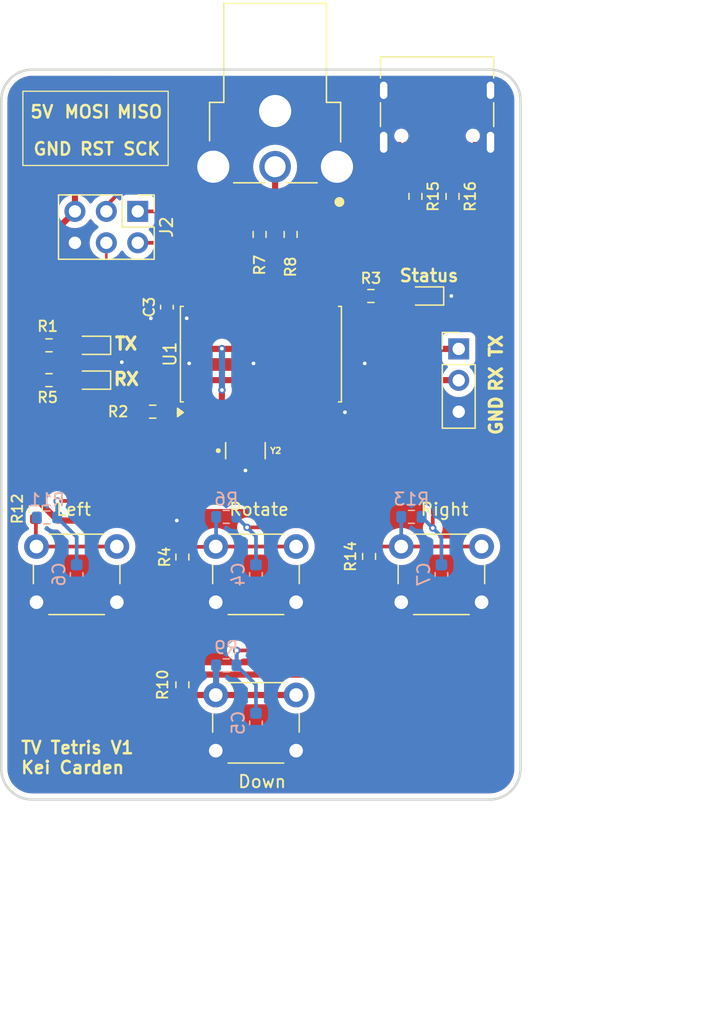
<source format=kicad_pcb>
(kicad_pcb (version 20240108) (generator "pcbnew") (generator_version "8.0")
  (layers (0 "F.Cu" signal) (31 "B.Cu" signal) (34 "B.Paste" user) (35 "F.Paste" user) (36 "B.SilkS" user "B.Silkscreen") (37 "F.SilkS" user "F.Silkscreen") (38 "B.Mask" user) (39 "F.Mask" user) (44 "Edge.Cuts" user))
  (net 0 "")
  (net 1 "GND")
  (net 2 "/X2")
  (net 3 "/X1")
  (net 4 "+5V")
  (net 5 "/rotate")
  (net 6 "Net-(D1-A)")
  (net 7 "/TXD")
  (net 8 "Net-(D2-A)")
  (net 9 "/RXD")
  (net 10 "Net-(D3-A)")
  (net 11 "Net-(J1-In)")
  (net 12 "/SCK")
  (net 13 "/~{RST}")
  (net 14 "/MOSI")
  (net 15 "/MISO")
  (net 16 "/STATUS")
  (net 17 "Net-(R4-Pad2)")
  (net 18 "/down")
  (net 19 "/left")
  (net 21 "/right")
  (net 22 "/video_lum")
  (net 24 "/video_sync")
  (net 25 "Net-(R10-Pad2)")
  (net 26 "Net-(R11-Pad2)")
  (net 27 "Net-(R13-Pad2)")
  (net 35 "Net-(J4-CC2)")
  (net 36 "Net-(J4-CC1)")
  (footprint "Resistor_SMD:R_0603_1608Metric_Pad0.98x0.95mm_HandSolder" (layer "F.Cu") (at 179.9 46.3)
    (property "Reference" "R3" (at 0 -1.43 0) (layer "F.SilkS") (effects (font (size 0.85 0.85))))
    (property "Value" "2k")
    (fp_line (start -0.254724 -0.5225) (end 0.254724 -0.5225) (stroke (width 0.12)) (layer "F.SilkS"))
    (fp_line (start -0.254724 0.5225) (end 0.254724 0.5225) (stroke (width 0.12)) (layer "F.SilkS"))
    (pad "1" smd roundrect (at -0.9125 0) (size 0.975 0.95) (layers "F.Cu" "F.Paste" "F.Mask") (net 16 "/STATUS"))
    (pad "2" smd roundrect (at 0.9125 0) (size 0.975 0.95) (layers "F.Cu" "F.Paste" "F.Mask") (net 8 "Net-(D2-A)"))
  )
  (footprint "Package_SO:SOIC-20W_7.5x12.8mm_P1.27mm" (layer "F.Cu") (at 171 51 90)
    (property "Reference" "U1" (at 0 -7.35 90) (layer "F.SilkS"))
    (property "Value" "~")
    (fp_line (start 3.86 -6.51) (end 3.86 -6.275) (stroke (width 0.12)) (layer "F.SilkS"))
    (fp_line (start 0 -6.51) (end 3.86 -6.51) (stroke (width 0.12)) (layer "F.SilkS"))
    (fp_line (start 0 -6.51) (end -3.86 -6.51) (stroke (width 0.12)) (layer "F.SilkS"))
    (fp_line (start -3.86 -6.51) (end -3.86 -6.275) (stroke (width 0.12)) (layer "F.SilkS"))
    (fp_line (start 3.86 6.51) (end 3.86 6.275) (stroke (width 0.12)) (layer "F.SilkS"))
    (fp_line (start 0 6.51) (end 3.86 6.51) (stroke (width 0.12)) (layer "F.SilkS"))
    (fp_line (start 0 6.51) (end -3.86 6.51) (stroke (width 0.12)) (layer "F.SilkS"))
    (fp_line (start -3.86 6.51) (end -3.86 6.275) (stroke (width 0.12)) (layer "F.SilkS"))
    (fp_poly (pts (xy -4.7125 -6.275) (xy -5.0525 -6.745) (xy -4.3725 -6.745) (xy -4.7125 -6.275)) (stroke (width 0.12)) (fill solid) (layer "F.SilkS"))
    (pad "1" smd roundrect (at -4.65 -5.715 90) (size 2.05 0.6) (layers "F.Cu" "F.Paste" "F.Mask") (net 13 "/~{RST}"))
    (pad "2" smd roundrect (at -4.65 -4.445 90) (size 2.05 0.6) (layers "F.Cu" "F.Paste" "F.Mask") (net 9 "/RXD"))
    (pad "3" smd roundrect (at -4.65 -3.175 90) (size 2.05 0.6) (layers "F.Cu" "F.Paste" "F.Mask") (net 7 "/TXD"))
    (pad "4" smd roundrect (at -4.65 -1.905 90) (size 2.05 0.6) (layers "F.Cu" "F.Paste" "F.Mask") (net 2 "/X2"))
    (pad "5" smd roundrect (at -4.65 -0.635 90) (size 2.05 0.6) (layers "F.Cu" "F.Paste" "F.Mask") (net 3 "/X1"))
    (pad "6" smd roundrect (at -4.65 0.635 90) (size 2.05 0.6) (layers "F.Cu" "F.Paste" "F.Mask") (net 19 "/left"))
    (pad "7" smd roundrect (at -4.65 1.905 90) (size 2.05 0.6) (layers "F.Cu" "F.Paste" "F.Mask") (net 5 "/rotate"))
    (pad "8" smd roundrect (at -4.65 3.175 90) (size 2.05 0.6) (layers "F.Cu" "F.Paste" "F.Mask") (net 18 "/down"))
    (pad "9" smd roundrect (at -4.65 4.445 90) (size 2.05 0.6) (layers "F.Cu" "F.Paste" "F.Mask") (net 21 "/right"))
    (pad "10" smd roundrect (at -4.65 5.715 90) (size 2.05 0.6) (layers "F.Cu" "F.Paste" "F.Mask") (net 1 "GND"))
    (pad "11" smd roundrect (at 4.65 5.715 90) (size 2.05 0.6) (layers "F.Cu" "F.Paste" "F.Mask") (net 16 "/STATUS"))
    (pad "12" smd roundrect (at 4.65 4.445 90) (size 2.05 0.6) (layers "F.Cu" "F.Paste" "F.Mask"))
    (pad "13" smd roundrect (at 4.65 3.175 90) (size 2.05 0.6) (layers "F.Cu" "F.Paste" "F.Mask"))
    (pad "14" smd roundrect (at 4.65 1.905 90) (size 2.05 0.6) (layers "F.Cu" "F.Paste" "F.Mask") (net 22 "/video_lum"))
    (pad "15" smd roundrect (at 4.65 0.635 90) (size 2.05 0.6) (layers "F.Cu" "F.Paste" "F.Mask") (net 24 "/video_sync"))
    (pad "16" smd roundrect (at 4.65 -0.635 90) (size 2.05 0.6) (layers "F.Cu" "F.Paste" "F.Mask"))
    (pad "17" smd roundrect (at 4.65 -1.905 90) (size 2.05 0.6) (layers "F.Cu" "F.Paste" "F.Mask") (net 14 "/MOSI"))
    (pad "18" smd roundrect (at 4.65 -3.175 90) (size 2.05 0.6) (layers "F.Cu" "F.Paste" "F.Mask") (net 15 "/MISO"))
    (pad "19" smd roundrect (at 4.65 -4.445 90) (size 2.05 0.6) (layers "F.Cu" "F.Paste" "F.Mask") (net 12 "/SCK"))
    (pad "20" smd roundrect (at 4.65 -5.715 90) (size 2.05 0.6) (layers "F.Cu" "F.Paste" "F.Mask") (net 4 "+5V"))
  )
  (footprint "Resistor_SMD:R_0603_1608Metric" (layer "F.Cu") (at 179.75 67.35 90)
    (property "Reference" "R14" (at 0 -1.5 90) (layer "F.SilkS") (effects (font (size 0.85 0.85))))
    (property "Value" "10k")
    (fp_line (start -0.237258 -0.5225) (end 0.237258 -0.5225) (stroke (width 0.12)) (layer "F.SilkS"))
    (fp_line (start -0.237258 0.5225) (end 0.237258 0.5225) (stroke (width 0.12)) (layer "F.SilkS"))
    (pad "1" smd roundrect (at -0.825 0 90) (size 0.8 0.95) (layers "F.Cu" "F.Paste" "F.Mask") (net 4 "+5V"))
    (pad "2" smd roundrect (at 0.825 0 90) (size 0.8 0.95) (layers "F.Cu" "F.Paste" "F.Mask") (net 27 "Net-(R13-Pad2)"))
  )
  (footprint "Resistor_SMD:R_0603_1608Metric" (layer "F.Cu") (at 170.895 41.325 90)
    (property "Reference" "R7" (at -2.475 0.005 90) (layer "F.SilkS") (effects (font (size 0.85 0.85))))
    (property "Value" "1k")
    (fp_line (start -0.237258 -0.5225) (end 0.237258 -0.5225) (stroke (width 0.12)) (layer "F.SilkS"))
    (fp_line (start -0.237258 0.5225) (end 0.237258 0.5225) (stroke (width 0.12)) (layer "F.SilkS"))
    (pad "1" smd roundrect (at -0.825 0 90) (size 0.8 0.95) (layers "F.Cu" "F.Paste" "F.Mask") (net 24 "/video_sync"))
    (pad "2" smd roundrect (at 0.825 0 90) (size 0.8 0.95) (layers "F.Cu" "F.Paste" "F.Mask") (net 11 "Net-(J1-In)"))
  )
  (footprint "Connector_PinHeader_2.54mm:PinHeader_1x03_P2.54mm_Vertical" (layer "F.Cu") (at 187 50.575)
    (property "Reference" "J3" (hide yes))
    (property "Value" "UART")
    (fp_line (start -1.33 -1.33) (end 0 -1.33) (stroke (width 0.12)) (layer "F.SilkS"))
    (fp_line (start -1.33 0) (end -1.33 -1.33) (stroke (width 0.12)) (layer "F.SilkS"))
    (fp_line (start -1.33 1.27) (end -1.33 6.41) (stroke (width 0.12)) (layer "F.SilkS"))
    (fp_line (start -1.33 1.27) (end 1.33 1.27) (stroke (width 0.12)) (layer "F.SilkS"))
    (fp_line (start -1.33 6.41) (end 1.33 6.41) (stroke (width 0.12)) (layer "F.SilkS"))
    (fp_line (start 1.33 1.27) (end 1.33 6.41) (stroke (width 0.12)) (layer "F.SilkS"))
    (pad "1" thru_hole rect (at 0 0) (size 1.7 1.7) (drill 1) (layers "*.Cu" "*.Mask") (net 7 "/TXD"))
    (pad "2" thru_hole oval (at 0 2.54) (size 1.7 1.7) (drill 1) (layers "*.Cu" "*.Mask") (net 9 "/RXD"))
    (pad "3" thru_hole oval (at 0 5.08) (size 1.7 1.7) (drill 1) (layers "*.Cu" "*.Mask") (net 1 "GND"))
  )
  (footprint "LED_SMD:LED_0603_1608Metric" (layer "F.Cu") (at 184.3 46.3 180)
    (property "Reference" "D2" (hide yes))
    (property "Value" "MCU_status" (hide yes))
    (property "Name" "Status" (at -0.3 1.65 0) (layer "F.SilkS") (effects (font (thickness 0.2) (bold yes))))
    (fp_line (start 0.8 -0.735) (end -1.485 -0.735) (stroke (width 0.12)) (layer "F.SilkS"))
    (fp_line (start -1.485 0.735) (end 0.8 0.735) (stroke (width 0.12)) (layer "F.SilkS"))
    (fp_line (start -1.485 -0.735) (end -1.485 0.735) (stroke (width 0.12)) (layer "F.SilkS"))
    (pad "1" smd roundrect (at -0.7875 0 180) (size 0.875 0.95) (layers "F.Cu" "F.Paste" "F.Mask") (net 1 "GND"))
    (pad "2" smd roundrect (at 0.7875 0 180) (size 0.875 0.95) (layers "F.Cu" "F.Paste" "F.Mask") (net 8 "Net-(D2-A)"))
  )
  (footprint "RCA:CUI_RCJ-013" (layer "F.Cu") (at 172.15 29.9 -90)
    (property "Reference" "J1" (hide yes))
    (property "Value" "Video")
    (fp_line (start 0.75 5.3) (end 3.85 5.3) (stroke (width 0.127)) (layer "F.SilkS"))
    (fp_line (start -7.25 4.15) (end 0.75 4.15) (stroke (width 0.127)) (layer "F.SilkS"))
    (fp_line (start 0.75 4.15) (end 0.75 5.3) (stroke (width 0.127)) (layer "F.SilkS"))
    (fp_line (start 7.25 3.35) (end 7.25 0.8) (stroke (width 0.127)) (layer "F.SilkS"))
    (fp_line (start 7.25 -0.9) (end 7.25 -3.4) (stroke (width 0.127)) (layer "F.SilkS"))
    (fp_line (start -7.25 -4.15) (end -7.25 4.15) (stroke (width 0.127)) (layer "F.SilkS"))
    (fp_line (start 0.75 -4.15) (end -7.25 -4.15) (stroke (width 0.127)) (layer "F.SilkS"))
    (fp_line (start 0.75 -5.3) (end 0.75 -4.15) (stroke (width 0.127)) (layer "F.SilkS"))
    (fp_line (start 3.95 -5.3) (end 0.75 -5.3) (stroke (width 0.127)) (layer "F.SilkS"))
    (fp_circle (center 8.8 -5.2) (end 9 -5.2) (stroke (width 0.4)) (fill none) (layer "F.SilkS"))
    (pad "1" thru_hole circle (at 5.95 0 270) (size 2.55 2.55) (drill 1.7) (layers "*.Cu" "*.Mask") (net 11 "Net-(J1-In)"))
    (pad "2" thru_hole circle (at 1.45 0 270) (size 3.616 3.616) (drill 2.6) (layers "*.Cu" "*.Mask") (net 1 "GND"))
    (pad "2" thru_hole circle (at 5.95 -5 270) (size 3.616 3.616) (drill 2.6) (layers "*.Cu" "*.Mask") (net 1 "GND"))
    (pad "2" thru_hole circle (at 5.95 5 270) (size 3.616 3.616) (drill 2.6) (layers "*.Cu" "*.Mask") (net 1 "GND"))
  )
  (footprint "Resistor_SMD:R_0603_1608Metric" (layer "F.Cu") (at 173.405 41.325 -90)
    (property "Reference" "R8" (at 2.625 0.005 90) (layer "F.SilkS") (effects (font (size 0.85 0.85))))
    (property "Value" "1k")
    (fp_line (start -0.237258 0.5225) (end 0.237258 0.5225) (stroke (width 0.12)) (layer "F.SilkS"))
    (fp_line (start -0.237258 -0.5225) (end 0.237258 -0.5225) (stroke (width 0.12)) (layer "F.SilkS"))
    (pad "1" smd roundrect (at -0.825 0 270) (size 0.8 0.95) (layers "F.Cu" "F.Paste" "F.Mask") (net 11 "Net-(J1-In)"))
    (pad "2" smd roundrect (at 0.825 0 270) (size 0.8 0.95) (layers "F.Cu" "F.Paste" "F.Mask") (net 22 "/video_lum"))
  )
  (footprint "Resistor_SMD:R_0603_1608Metric" (layer "F.Cu") (at 164.65 67.4 90)
    (property "Reference" "R4" (at 0 -1.43 90) (layer "F.SilkS") (effects (font (size 0.85 0.85))))
    (property "Value" "10k")
    (fp_line (start -0.237258 -0.5225) (end 0.237258 -0.5225) (stroke (width 0.12)) (layer "F.SilkS"))
    (fp_line (start -0.237258 0.5225) (end 0.237258 0.5225) (stroke (width 0.12)) (layer "F.SilkS"))
    (pad "1" smd roundrect (at -0.825 0 90) (size 0.8 0.95) (layers "F.Cu" "F.Paste" "F.Mask") (net 4 "+5V"))
    (pad "2" smd roundrect (at 0.825 0 90) (size 0.8 0.95) (layers "F.Cu" "F.Paste" "F.Mask") (net 17 "Net-(R4-Pad2)"))
  )
  (footprint "Connector_USB:USB_C_Receptacle_G-Switch_GT-USB-7010ASV" (layer "F.Cu") (at 185.25 30.75 180)
    (property "Reference" "J4" (hide yes))
    (property "Value" "USB_C_Receptacle_USB2.0_16P")
    (fp_line (start 4.58 3.785) (end -4.58 3.785) (stroke (width 0.12)) (layer "F.SilkS"))
    (fp_line (start 4.58 2.08) (end 4.58 3.785) (stroke (width 0.12)) (layer "F.SilkS"))
    (fp_line (start 4.58 0.07) (end 4.58 -1.85) (stroke (width 0.12)) (layer "F.SilkS"))
    (fp_line (start -4.58 3.785) (end -4.58 2.08) (stroke (width 0.12)) (layer "F.SilkS"))
    (fp_line (start -4.58 -1.85) (end -4.58 0.07) (stroke (width 0.12)) (layer "F.SilkS"))
    (pad "" np_thru_hole circle (at -2.89 -2.605 180) (size 0.65 0.65) (drill 0.65) (layers "*.Cu" "*.Mask"))
    (pad "" np_thru_hole circle (at 2.89 -2.605 180) (size 0.65 0.65) (drill 0.65) (layers "*.Cu" "*.Mask"))
    (pad "A1" smd rect (at -3.2 -3.725 180) (size 0.6 1.24) (layers "F.Cu" "F.Paste" "F.Mask") (net 1 "GND"))
    (pad "A4" smd rect (at -2.4 -3.725 180) (size 0.6 1.24) (layers "F.Cu" "F.Paste" "F.Mask") (net 4 "+5V"))
    (pad "A5" smd rect (at -1.25 -3.725 180) (size 0.3 1.24) (layers "F.Cu" "F.Paste" "F.Mask") (net 36 "Net-(J4-CC1)"))
    (pad "A6" smd rect (at -0.25 -3.725 180) (size 0.3 1.24) (layers "F.Cu" "F.Paste" "F.Mask"))
    (pad "A7" smd rect (at 0.25 -3.725 180) (size 0.3 1.24) (layers "F.Cu" "F.Paste" "F.Mask"))
    (pad "A8" smd rect (at 1.25 -3.725 180) (size 0.3 1.24) (layers "F.Cu" "F.Paste" "F.Mask"))
    (pad "A9" smd rect (at 2.4 -3.725 180) (size 0.6 1.24) (layers "F.Cu" "F.Paste" "F.Mask") (net 4 "+5V"))
    (pad "A12" smd rect (at 3.2 -3.725 180) (size 0.6 1.24) (layers "F.Cu" "F.Paste" "F.Mask") (net 1 "GND"))
    (pad "B1" smd rect (at 3.2 -3.725 180) (size 0.6 1.24) (layers "F.Cu" "F.Paste" "F.Mask") (net 1 "GND"))
    (pad "B4" smd rect (at 2.4 -3.725 180) (size 0.6 1.24) (layers "F.Cu" "F.Paste" "F.Mask") (net 4 "+5V"))
    (pad "B5" smd rect (at 1.75 -3.725 180) (size 0.3 1.24) (layers "F.Cu" "F.Paste" "F.Mask") (net 35 "Net-(J4-CC2)"))
    (pad "B6" smd rect (at 0.75 -3.725 180) (size 0.3 1.24) (layers "F.Cu" "F.Paste" "F.Mask"))
    (pad "B7" smd rect (at -0.75 -3.725 180) (size 0.3 1.24) (layers "F.Cu" "F.Paste" "F.Mask"))
    (pad "B8" smd rect (at -1.75 -3.725 180) (size 0.3 1.24) (layers "F.Cu" "F.Paste" "F.Mask"))
    (pad "B9" smd rect (at -2.4 -3.725 180) (size 0.6 1.24) (layers "F.Cu" "F.Paste" "F.Mask") (net 4 "+5V"))
    (pad "B12" smd rect (at -3.2 -3.725 180) (size 0.6 1.24) (layers "F.Cu" "F.Paste" "F.Mask") (net 1 "GND"))
    (pad "S1" thru_hole oval (at -4.32 -3.125 180) (size 1 2.1) (drill oval 0.6 1.7) (layers "*.Cu" "*.Mask") (net 1 "GND"))
    (pad "S1" thru_hole oval (at -4.32 1.075 180) (size 1 1.8) (drill oval 0.6 1.4) (layers "*.Cu" "*.Mask") (net 1 "GND"))
    (pad "S1" thru_hole oval (at 4.32 -3.125 180) (size 1 2.1) (drill oval 0.6 1.7) (layers "*.Cu" "*.Mask") (net 1 "GND"))
    (pad "S1" thru_hole oval (at 4.32 1.075 180) (size 1 1.8) (drill oval 0.6 1.4) (layers "*.Cu" "*.Mask") (net 1 "GND"))
  )
  (footprint "Button_Switch_THT:SW_PUSH_6mm" (layer "F.Cu") (at 167.35 66.55)
    (property "Reference" "SW1" (hide yes))
    (property "Value" "Rotate" (at 3.5 -3 0) (layer "F.SilkS"))
    (fp_line (start -0.25 1.5) (end -0.25 3) (stroke (width 0.12)) (layer "F.SilkS"))
    (fp_line (start 1 5.5) (end 5.5 5.5) (stroke (width 0.12)) (layer "F.SilkS"))
    (fp_line (start 5.5 -1) (end 1 -1) (stroke (width 0.12)) (layer "F.SilkS"))
    (fp_line (start 6.75 3) (end 6.75 1.5) (stroke (width 0.12)) (layer "F.SilkS"))
    (pad "1" thru_hole circle (at 0 0 90) (size 2 2) (drill 1.1) (layers "*.Cu" "*.Mask") (net 17 "Net-(R4-Pad2)"))
    (pad "1" thru_hole circle (at 6.5 0 90) (size 2 2) (drill 1.1) (layers "*.Cu" "*.Mask") (net 17 "Net-(R4-Pad2)"))
    (pad "2" thru_hole circle (at 0 4.5 90) (size 2 2) (drill 1.1) (layers "*.Cu" "*.Mask") (net 1 "GND"))
    (pad "2" thru_hole circle (at 6.5 4.5 90) (size 2 2) (drill 1.1) (layers "*.Cu" "*.Mask") (net 1 "GND"))
  )
  (footprint "Capacitor_SMD:C_0603_1608Metric_Pad1.08x0.95mm_HandSolder" (layer "F.Cu") (at 163.4 47.2 90)
    (property "Reference" "C3" (at 0 -1.43 -90) (layer "F.SilkS") (effects (font (size 0.85 0.85))))
    (property "Value" "100n")
    (fp_line (start -0.146267 -0.51) (end 0.146267 -0.51) (stroke (width 0.12)) (layer "F.SilkS"))
    (fp_line (start -0.146267 0.51) (end 0.146267 0.51) (stroke (width 0.12)) (layer "F.SilkS"))
    (pad "1" smd roundrect (at -0.8625 0 90) (size 1.075 0.95) (layers "F.Cu" "F.Paste" "F.Mask") (net 1 "GND"))
    (pad "2" smd roundrect (at 0.8625 0 90) (size 1.075 0.95) (layers "F.Cu" "F.Paste" "F.Mask") (net 4 "+5V"))
  )
  (footprint "Connector_PinHeader_2.54mm:PinHeader_2x03_P2.54mm_Vertical" (layer "F.Cu") (at 161.04 39.46 -90)
    (property "Reference" "J2" (at 1.27 -2.33 90) (layer "F.SilkS"))
    (property "Value" "ISP_Conn")
    (fp_line (start -1.33 6.41) (end 3.87 6.41) (stroke (width 0.12)) (layer "F.SilkS"))
    (fp_line (start -1.33 1.27) (end -1.33 6.41) (stroke (width 0.12)) (layer "F.SilkS"))
    (fp_line (start -1.33 1.27) (end 1.27 1.27) (stroke (width 0.12)) (layer "F.SilkS"))
    (fp_line (start 1.27 1.27) (end 1.27 -1.33) (stroke (width 0.12)) (layer "F.SilkS"))
    (fp_line (start -1.33 0) (end -1.33 -1.33) (stroke (width 0.12)) (layer "F.SilkS"))
    (fp_line (start -1.33 -1.33) (end 0 -1.33) (stroke (width 0.12)) (layer "F.SilkS"))
    (fp_line (start 1.27 -1.33) (end 3.87 -1.33) (stroke (width 0.12)) (layer "F.SilkS"))
    (fp_line (start 3.87 -1.33) (end 3.87 6.41) (stroke (width 0.12)) (layer "F.SilkS"))
    (pad "1" thru_hole rect (at 0 0 270) (size 1.7 1.7) (drill 1) (layers "*.Cu" "*.Mask") (net 15 "/MISO"))
    (pad "2" thru_hole oval (at 2.54 0 270) (size 1.7 1.7) (drill 1) (layers "*.Cu" "*.Mask") (net 12 "/SCK"))
    (pad "3" thru_hole oval (at 0 2.54 270) (size 1.7 1.7) (drill 1) (layers "*.Cu" "*.Mask") (net 14 "/MOSI"))
    (pad "4" thru_hole oval (at 2.54 2.54 270) (size 1.7 1.7) (drill 1) (layers "*.Cu" "*.Mask") (net 13 "/~{RST}"))
    (pad "5" thru_hole oval (at 0 5.08 270) (size 1.7 1.7) (drill 1) (layers "*.Cu" "*.Mask") (net 4 "+5V"))
    (pad "6" thru_hole oval (at 2.54 5.08 270) (size 1.7 1.7) (drill 1) (layers "*.Cu" "*.Mask") (net 1 "GND"))
  )
  (footprint "Button_Switch_THT:SW_PUSH_6mm" (layer "F.Cu") (at 152.85 66.55)
    (property "Reference" "SW3" (hide yes))
    (property "Value" "Left" (at 3 -3 0) (layer "F.SilkS"))
    (fp_line (start -0.25 1.5) (end -0.25 3) (stroke (width 0.12)) (layer "F.SilkS"))
    (fp_line (start 1 5.5) (end 5.5 5.5) (stroke (width 0.12)) (layer "F.SilkS"))
    (fp_line (start 5.5 -1) (end 1 -1) (stroke (width 0.12)) (layer "F.SilkS"))
    (fp_line (start 6.75 3) (end 6.75 1.5) (stroke (width 0.12)) (layer "F.SilkS"))
    (pad "1" thru_hole circle (at 0 0 90) (size 2 2) (drill 1.1) (layers "*.Cu" "*.Mask") (net 26 "Net-(R11-Pad2)"))
    (pad "1" thru_hole circle (at 6.5 0 90) (size 2 2) (drill 1.1) (layers "*.Cu" "*.Mask") (net 26 "Net-(R11-Pad2)"))
    (pad "2" thru_hole circle (at 0 4.5 90) (size 2 2) (drill 1.1) (layers "*.Cu" "*.Mask") (net 1 "GND"))
    (pad "2" thru_hole circle (at 6.5 4.5 90) (size 2 2) (drill 1.1) (layers "*.Cu" "*.Mask") (net 1 "GND"))
  )
  (footprint "Murata_Crystal:OSC_CSTCE16M0V53-R0" (layer "F.Cu") (at 169.75 58.8)
    (property "Reference" "Y2" (at 2.45 0 0) (layer "F.SilkS") (effects (font (size 0.48 0.48))))
    (property "Value" "CSTCE16M0V53-R0")
    (fp_line (start -1.6 0.65) (end -1.6 -0.65) (stroke (width 0.127)) (layer "F.SilkS"))
    (fp_line (start 1.6 -0.65) (end 1.6 0.65) (stroke (width 0.127)) (layer "F.SilkS"))
    (fp_circle (center -2.2 0) (end -2.1 0) (stroke (width 0.2)) (fill none) (layer "F.SilkS"))
    (pad "1" smd rect (at -0.95 0) (size 0.6 1.9) (layers "F.Cu" "F.Paste" "F.Mask") (net 2 "/X2"))
    (pad "2" smd rect (at 0 0) (size 0.4 1.9) (layers "F.Cu" "F.Paste" "F.Mask") (net 1 "GND"))
    (pad "3" smd rect (at 0.95 0) (size 0.6 1.9) (layers "F.Cu" "F.Paste" "F.Mask") (net 3 "/X1"))
  )
  (footprint "Resistor_SMD:R_0603_1608Metric_Pad0.98x0.95mm_HandSolder" (layer "F.Cu") (at 153.8625 50.2875)
    (property "Reference" "R1" (at -0.1125 -1.5375 0) (layer "F.SilkS") (effects (font (size 0.85 0.85))))
    (property "Value" "2k")
    (fp_line (start -0.254724 -0.5225) (end 0.254724 -0.5225) (stroke (width 0.12)) (layer "F.SilkS"))
    (fp_line (start -0.254724 0.5225) (end 0.254724 0.5225) (stroke (width 0.12)) (layer "F.SilkS"))
    (pad "1" smd roundrect (at -0.9125 0) (size 0.975 0.95) (layers "F.Cu" "F.Paste" "F.Mask") (net 4 "+5V"))
    (pad "2" smd roundrect (at 0.9125 0) (size 0.975 0.95) (layers "F.Cu" "F.Paste" "F.Mask") (net 6 "Net-(D1-A)"))
  )
  (footprint "LED_SMD:LED_0603_1608Metric" (layer "F.Cu") (at 157.3625 53.1 180)
    (property "Reference" "D3" (hide yes))
    (property "Value" "RX_status")
    (fp_line (start 0.8 -0.735) (end -1.485 -0.735) (stroke (width 0.12)) (layer "F.SilkS"))
    (fp_line (start -1.485 0.735) (end 0.8 0.735) (stroke (width 0.12)) (layer "F.SilkS"))
    (fp_line (start -1.485 -0.735) (end -1.485 0.735) (stroke (width 0.12)) (layer "F.SilkS"))
    (pad "1" smd roundrect (at -0.7875 0 180) (size 0.875 0.95) (layers "F.Cu" "F.Paste" "F.Mask") (net 9 "/RXD"))
    (pad "2" smd roundrect (at 0.7875 0 180) (size 0.875 0.95) (layers "F.Cu" "F.Paste" "F.Mask") (net 10 "Net-(D3-A)"))
  )
  (footprint "Resistor_SMD:R_0603_1608Metric" (layer "F.Cu") (at 164.65 77.725 -90)
    (property "Reference" "R10" (at 0 1.6 90) (layer "F.SilkS") (effects (font (size 0.85 0.85))))
    (property "Value" "10k")
    (fp_line (start -0.237258 0.5225) (end 0.237258 0.5225) (stroke (width 0.12)) (layer "F.SilkS"))
    (fp_line (start -0.237258 -0.5225) (end 0.237258 -0.5225) (stroke (width 0.12)) (layer "F.SilkS"))
    (pad "1" smd roundrect (at -0.825 0 270) (size 0.8 0.95) (layers "F.Cu" "F.Paste" "F.Mask") (net 4 "+5V"))
    (pad "2" smd roundrect (at 0.825 0 270) (size 0.8 0.95) (layers "F.Cu" "F.Paste" "F.Mask") (net 25 "Net-(R10-Pad2)"))
  )
  (footprint "Resistor_SMD:R_0603_1608Metric_Pad0.98x0.95mm_HandSolder" (layer "F.Cu") (at 153.8625 53.1)
    (property "Reference" "R5" (at -0.1125 1.4 0) (layer "F.SilkS") (effects (font (size 0.85 0.85))))
    (property "Value" "2k")
    (fp_line (start -0.254724 -0.5225) (end 0.254724 -0.5225) (stroke (width 0.12)) (layer "F.SilkS"))
    (fp_line (start -0.254724 0.5225) (end 0.254724 0.5225) (stroke (width 0.12)) (layer "F.SilkS"))
    (pad "1" smd roundrect (at -0.9125 0) (size 0.975 0.95) (layers "F.Cu" "F.Paste" "F.Mask") (net 4 "+5V"))
    (pad "2" smd roundrect (at 0.9125 0) (size 0.975 0.95) (layers "F.Cu" "F.Paste" "F.Mask") (net 10 "Net-(D3-A)"))
  )
  (footprint "LED_SMD:LED_0603_1608Metric" (layer "F.Cu") (at 157.3625 50.2875 180)
    (property "Reference" "D1" (hide yes))
    (property "Value" "TX_status")
    (fp_line (start 0.8 -0.735) (end -1.485 -0.735) (stroke (width 0.12)) (layer "F.SilkS"))
    (fp_line (start -1.485 0.735) (end 0.8 0.735) (stroke (width 0.12)) (layer "F.SilkS"))
    (fp_line (start -1.485 -0.735) (end -1.485 0.735) (stroke (width 0.12)) (layer "F.SilkS"))
    (pad "1" smd roundrect (at -0.7875 0 180) (size 0.875 0.95) (layers "F.Cu" "F.Paste" "F.Mask") (net 7 "/TXD"))
    (pad "2" smd roundrect (at 0.7875 0 180) (size 0.875 0.95) (layers "F.Cu" "F.Paste" "F.Mask") (net 6 "Net-(D1-A)"))
  )
  (footprint "Resistor_SMD:R_0603_1608Metric" (layer "F.Cu") (at 183.5 38.25 -90)
    (property "Reference" "R15" (at 0 -1.43 90) (layer "F.SilkS") (effects (font (size 0.85 0.85))))
    (property "Value" "5k1")
    (fp_line (start -0.237258 0.5225) (end 0.237258 0.5225) (stroke (width 0.12)) (layer "F.SilkS"))
    (fp_line (start -0.237258 -0.5225) (end 0.237258 -0.5225) (stroke (width 0.12)) (layer "F.SilkS"))
    (pad "1" smd roundrect (at -0.825 0 270) (size 0.8 0.95) (layers "F.Cu" "F.Paste" "F.Mask") (net 35 "Net-(J4-CC2)"))
    (pad "2" smd roundrect (at 0.825 0 270) (size 0.8 0.95) (layers "F.Cu" "F.Paste" "F.Mask") (net 1 "GND"))
  )
  (footprint "Resistor_SMD:R_0603_1608Metric" (layer "F.Cu") (at 152.8 63.5 -90)
    (property "Reference" "R12" (at 0 1.5 90) (layer "F.SilkS") (effects (font (size 0.85 0.85))))
    (property "Value" "10k")
    (fp_line (start -0.237258 0.5225) (end 0.237258 0.5225) (stroke (width 0.12)) (layer "F.SilkS"))
    (fp_line (start -0.237258 -0.5225) (end 0.237258 -0.5225) (stroke (width 0.12)) (layer "F.SilkS"))
    (pad "1" smd roundrect (at -0.825 0 270) (size 0.8 0.95) (layers "F.Cu" "F.Paste" "F.Mask") (net 4 "+5V"))
    (pad "2" smd roundrect (at 0.825 0 270) (size 0.8 0.95) (layers "F.Cu" "F.Paste" "F.Mask") (net 26 "Net-(R11-Pad2)"))
  )
  (footprint "Resistor_SMD:R_0603_1608Metric" (layer "F.Cu") (at 186.5 38.25 -90)
    (property "Reference" "R16" (at 0 -1.43 90) (layer "F.SilkS") (effects (font (size 0.85 0.85))))
    (property "Value" "5k1")
    (fp_line (start -0.237258 0.5225) (end 0.237258 0.5225) (stroke (width 0.12)) (layer "F.SilkS"))
    (fp_line (start -0.237258 -0.5225) (end 0.237258 -0.5225) (stroke (width 0.12)) (layer "F.SilkS"))
    (pad "1" smd roundrect (at -0.825 0 270) (size 0.8 0.95) (layers "F.Cu" "F.Paste" "F.Mask") (net 36 "Net-(J4-CC1)"))
    (pad "2" smd roundrect (at 0.825 0 270) (size 0.8 0.95) (layers "F.Cu" "F.Paste" "F.Mask") (net 1 "GND"))
  )
  (footprint "Button_Switch_THT:SW_PUSH_6mm" (layer "F.Cu") (at 167.35 78.55)
    (property "Reference" "SW2" (hide yes))
    (property "Value" "Down" (at 3.75 7 0) (layer "F.SilkS"))
    (fp_line (start -0.25 1.5) (end -0.25 3) (stroke (width 0.12)) (layer "F.SilkS"))
    (fp_line (start 1 5.5) (end 5.5 5.5) (stroke (width 0.12)) (layer "F.SilkS"))
    (fp_line (start 5.5 -1) (end 1 -1) (stroke (width 0.12)) (layer "F.SilkS"))
    (fp_line (start 6.75 3) (end 6.75 1.5) (stroke (width 0.12)) (layer "F.SilkS"))
    (pad "1" thru_hole circle (at 0 0 90) (size 2 2) (drill 1.1) (layers "*.Cu" "*.Mask") (net 25 "Net-(R10-Pad2)"))
    (pad "1" thru_hole circle (at 6.5 0 90) (size 2 2) (drill 1.1) (layers "*.Cu" "*.Mask") (net 25 "Net-(R10-Pad2)"))
    (pad "2" thru_hole circle (at 0 4.5 90) (size 2 2) (drill 1.1) (layers "*.Cu" "*.Mask") (net 1 "GND"))
    (pad "2" thru_hole circle (at 6.5 4.5 90) (size 2 2) (drill 1.1) (layers "*.Cu" "*.Mask") (net 1 "GND"))
  )
  (footprint "Resistor_SMD:R_0603_1608Metric_Pad0.98x0.95mm_HandSolder" (layer "F.Cu") (at 162.25 55.65)
    (property "Reference" "R2" (at -2.8 0 0) (layer "F.SilkS") (effects (font (size 0.85 0.85))))
    (property "Value" "10k")
    (fp_line (start -0.254724 -0.5225) (end 0.254724 -0.5225) (stroke (width 0.12)) (layer "F.SilkS"))
    (fp_line (start -0.254724 0.5225) (end 0.254724 0.5225) (stroke (width 0.12)) (layer "F.SilkS"))
    (pad "1" smd roundrect (at -0.9125 0) (size 0.975 0.95) (layers "F.Cu" "F.Paste" "F.Mask") (net 4 "+5V"))
    (pad "2" smd roundrect (at 0.9125 0) (size 0.975 0.95) (layers "F.Cu" "F.Paste" "F.Mask") (net 13 "/~{RST}"))
  )
  (footprint "Button_Switch_THT:SW_PUSH_6mm" (layer "F.Cu") (at 182.35 66.55)
    (property "Reference" "SW4" (hide yes))
    (property "Value" "Right" (at 3.5 -3 0) (layer "F.SilkS"))
    (fp_line (start -0.25 1.5) (end -0.25 3) (stroke (width 0.12)) (layer "F.SilkS"))
    (fp_line (start 1 5.5) (end 5.5 5.5) (stroke (width 0.12)) (layer "F.SilkS"))
    (fp_line (start 5.5 -1) (end 1 -1) (stroke (width 0.12)) (layer "F.SilkS"))
    (fp_line (start 6.75 3) (end 6.75 1.5) (stroke (width 0.12)) (layer "F.SilkS"))
    (pad "1" thru_hole circle (at 0 0 90) (size 2 2) (drill 1.1) (layers "*.Cu" "*.Mask") (net 27 "Net-(R13-Pad2)"))
    (pad "1" thru_hole circle (at 6.5 0 90) (size 2 2) (drill 1.1) (layers "*.Cu" "*.Mask") (net 27 "Net-(R13-Pad2)"))
    (pad "2" thru_hole circle (at 0 4.5 90) (size 2 2) (drill 1.1) (layers "*.Cu" "*.Mask") (net 1 "GND"))
    (pad "2" thru_hole circle (at 6.5 4.5 90) (size 2 2) (drill 1.1) (layers "*.Cu" "*.Mask") (net 1 "GND"))
  )
  (footprint "Capacitor_SMD:C_0603_1608Metric" (layer "B.Cu") (at 170.6 80.8 -90)
    (property "Reference" "C5" (at 0 1.43 90) (layer "B.SilkS") (effects (justify mirror)))
    (property "Value" "100n")
    (fp_line (start 0.14058 0.51) (end -0.14058 0.51) (stroke (width 0.12)) (layer "B.SilkS"))
    (fp_line (start 0.14058 -0.51) (end -0.14058 -0.51) (stroke (width 0.12)) (layer "B.SilkS"))
    (pad "1" smd roundrect (at -0.775 0 270) (size 0.9 0.95) (layers "B.Cu" "B.Paste" "B.Mask") (net 18 "/down"))
    (pad "2" smd roundrect (at 0.775 0 270) (size 0.9 0.95) (layers "B.Cu" "B.Paste" "B.Mask") (net 1 "GND"))
  )
  (footprint "Resistor_SMD:R_0603_1608Metric" (layer "B.Cu") (at 168.2 76.15 180)
    (property "Reference" "R9" (at 0 1.43 0) (layer "B.SilkS") (effects (justify mirror)))
    (property "Value" "1k")
    (fp_line (start 0.237258 0.5225) (end -0.237258 0.5225) (stroke (width 0.12)) (layer "B.SilkS"))
    (fp_line (start 0.237258 -0.5225) (end -0.237258 -0.5225) (stroke (width 0.12)) (layer "B.SilkS"))
    (pad "1" smd roundrect (at -0.825 0 180) (size 0.8 0.95) (layers "B.Cu" "B.Paste" "B.Mask") (net 18 "/down"))
    (pad "2" smd roundrect (at 0.825 0 180) (size 0.8 0.95) (layers "B.Cu" "B.Paste" "B.Mask") (net 25 "Net-(R10-Pad2)"))
  )
  (footprint "Resistor_SMD:R_0603_1608Metric" (layer "B.Cu") (at 183.175 64.15 180)
    (property "Reference" "R13" (at 0 1.43 0) (layer "B.SilkS") (effects (justify mirror)))
    (property "Value" "1k")
    (fp_line (start 0.237258 0.5225) (end -0.237258 0.5225) (stroke (width 0.12)) (layer "B.SilkS"))
    (fp_line (start 0.237258 -0.5225) (end -0.237258 -0.5225) (stroke (width 0.12)) (layer "B.SilkS"))
    (pad "1" smd roundrect (at -0.825 0 180) (size 0.8 0.95) (layers "B.Cu" "B.Paste" "B.Mask") (net 21 "/right"))
    (pad "2" smd roundrect (at 0.825 0 180) (size 0.8 0.95) (layers "B.Cu" "B.Paste" "B.Mask") (net 27 "Net-(R13-Pad2)"))
  )
  (footprint "Resistor_SMD:R_0603_1608Metric" (layer "B.Cu") (at 153.7 64.2 180)
    (property "Reference" "R11" (at 0 1.43 0) (layer "B.SilkS") (effects (justify mirror)))
    (property "Value" "1k")
    (fp_line (start 0.237258 0.5225) (end -0.237258 0.5225) (stroke (width 0.12)) (layer "B.SilkS"))
    (fp_line (start 0.237258 -0.5225) (end -0.237258 -0.5225) (stroke (width 0.12)) (layer "B.SilkS"))
    (pad "1" smd roundrect (at -0.825 0 180) (size 0.8 0.95) (layers "B.Cu" "B.Paste" "B.Mask") (net 19 "/left"))
    (pad "2" smd roundrect (at 0.825 0 180) (size 0.8 0.95) (layers "B.Cu" "B.Paste" "B.Mask") (net 26 "Net-(R11-Pad2)"))
  )
  (footprint "Resistor_SMD:R_0603_1608Metric" (layer "B.Cu") (at 168.2 64.15 180)
    (property "Reference" "R6" (at 0 1.43 0) (layer "B.SilkS") (effects (justify mirror)))
    (property "Value" "1k")
    (fp_line (start 0.237258 0.5225) (end -0.237258 0.5225) (stroke (width 0.12)) (layer "B.SilkS"))
    (fp_line (start 0.237258 -0.5225) (end -0.237258 -0.5225) (stroke (width 0.12)) (layer "B.SilkS"))
    (pad "1" smd roundrect (at -0.825 0 180) (size 0.8 0.95) (layers "B.Cu" "B.Paste" "B.Mask") (net 5 "/rotate"))
    (pad "2" smd roundrect (at 0.825 0 180) (size 0.8 0.95) (layers "B.Cu" "B.Paste" "B.Mask") (net 17 "Net-(R4-Pad2)"))
  )
  (footprint "Capacitor_SMD:C_0603_1608Metric" (layer "B.Cu") (at 185.6 68.8 -90)
    (property "Reference" "C7" (at 0 1.43 90) (layer "B.SilkS") (effects (justify mirror)))
    (property "Value" "100n")
    (fp_line (start 0.14058 0.51) (end -0.14058 0.51) (stroke (width 0.12)) (layer "B.SilkS"))
    (fp_line (start 0.14058 -0.51) (end -0.14058 -0.51) (stroke (width 0.12)) (layer "B.SilkS"))
    (pad "1" smd roundrect (at -0.775 0 270) (size 0.9 0.95) (layers "B.Cu" "B.Paste" "B.Mask") (net 21 "/right"))
    (pad "2" smd roundrect (at 0.775 0 270) (size 0.9 0.95) (layers "B.Cu" "B.Paste" "B.Mask") (net 1 "GND"))
  )
  (footprint "Capacitor_SMD:C_0603_1608Metric" (layer "B.Cu") (at 170.6 68.8 -90)
    (property "Reference" "C4" (at 0 1.43 90) (layer "B.SilkS") (effects (justify mirror)))
    (property "Value" "100n")
    (fp_line (start 0.14058 0.51) (end -0.14058 0.51) (stroke (width 0.12)) (layer "B.SilkS"))
    (fp_line (start 0.14058 -0.51) (end -0.14058 -0.51) (stroke (width 0.12)) (layer "B.SilkS"))
    (pad "1" smd roundrect (at -0.775 0 270) (size 0.9 0.95) (layers "B.Cu" "B.Paste" "B.Mask") (net 5 "/rotate"))
    (pad "2" smd roundrect (at 0.775 0 270) (size 0.9 0.95) (layers "B.Cu" "B.Paste" "B.Mask") (net 1 "GND"))
  )
  (footprint "Capacitor_SMD:C_0603_1608Metric" (layer "B.Cu") (at 156.1 68.8 -90)
    (property "Reference" "C6" (at 0 1.43 90) (layer "B.SilkS") (effects (justify mirror)))
    (property "Value" "100n")
    (fp_line (start 0.14058 0.51) (end -0.14058 0.51) (stroke (width 0.12)) (layer "B.SilkS"))
    (fp_line (start 0.14058 -0.51) (end -0.14058 -0.51) (stroke (width 0.12)) (layer "B.SilkS"))
    (pad "1" smd roundrect (at -0.775 0 270) (size 0.9 0.95) (layers "B.Cu" "B.Paste" "B.Mask") (net 19 "/left"))
    (pad "2" smd roundrect (at 0.775 0 270) (size 0.9 0.95) (layers "B.Cu" "B.Paste" "B.Mask") (net 1 "GND"))
  )
  (gr_rect (start 151.75 29.75) (end 163.5 35.75) (stroke (width 0.1)) (fill none) (layer "F.SilkS"))
  (gr_line (start 150 84.5) (end 150 30.5) (stroke (width 0.2)) (layer "Edge.Cuts"))
  (gr_arc (start 192 84.5) (mid 191.267767 86.267767) (end 189.5 87) (stroke (width 0.2)) (layer "Edge.Cuts"))
  (gr_line (start 152.5 28) (end 189.5 28) (stroke (width 0.2)) (layer "Edge.Cuts"))
  (gr_line (start 189.5 87) (end 152.5 87) (stroke (width 0.2)) (layer "Edge.Cuts"))
  (gr_arc (start 189.5 28) (mid 191.267767 28.732233) (end 192 30.5) (stroke (width 0.2)) (layer "Edge.Cuts"))
  (gr_arc (start 150 30.5) (mid 150.732233 28.732233) (end 152.5 28) (stroke (width 0.2)) (layer "Edge.Cuts"))
  (gr_line (start 192 30.5) (end 192 84.5) (stroke (width 0.2)) (layer "Edge.Cuts"))
  (gr_arc (start 152.5 87) (mid 150.732233 86.267767) (end 150 84.5) (stroke (width 0.2)) (layer "Edge.Cuts"))
  (gr_text "GND" (at 152.5 35 0) (layer "F.SilkS") (effects (font (size 1 1) (thickness 0.2) (bold yes)) (justify left bottom)))
  (gr_text "RX" (at 158.975 53.6 0) (layer "F.SilkS") (effects (font (size 1 1) (thickness 0.25) (bold yes)) (justify left bottom)))
  (gr_text "RX" (at 190.6 54.155 90) (layer "F.SilkS") (effects (font (size 1 1) (thickness 0.25) (bold yes)) (justify left bottom)))
  (gr_text "RST" (at 156.25 35 0) (layer "F.SilkS") (effects (font (size 1 1) (thickness 0.2) (bold yes)) (justify left bottom)))
  (gr_text "MOSI" (at 155 32 0) (layer "F.SilkS") (effects (font (size 1 1) (thickness 0.2) (bold yes)) (justify left bottom)))
  (gr_text "5V" (at 152.25 32 0) (layer "F.SilkS") (effects (font (size 1 1) (thickness 0.2) (bold yes)) (justify left bottom)))
  (gr_text "GND" (at 190.6 57.655 90) (layer "F.SilkS") (effects (font (size 1 1) (thickness 0.25) (bold yes)) (justify left bottom)))
  (gr_text "TX" (at 190.6 51.355 90) (layer "F.SilkS") (effects (font (size 1 1) (thickness 0.25) (bold yes)) (justify left bottom)))
  (gr_text "MISO" (at 159.25 32 0) (layer "F.SilkS") (effects (font (size 1 1) (thickness 0.2) (bold yes)) (justify left bottom)))
  (gr_text "TX" (at 159.075 50.7375 0) (layer "F.SilkS") (effects (font (size 1 1) (thickness 0.25) (bold yes)) (justify left bottom)))
  (gr_text "TV Tetris V1\nKei Carden" (at 151.5 85 0) (layer "F.SilkS") (effects (font (size 1 1) (thickness 0.2) (bold yes)) (justify left bottom)))
  (gr_text "SCK" (at 159.75 35 0) (layer "F.SilkS") (effects (font (size 1 1) (thickness 0.2) (bold yes)) (justify left bottom)))
  (segment (start 169.75 60.4) (end 169.75 58.8) (width 0.4) (layer "F.Cu") (net 1))
  (via (at 170.4 51.75) (size 0.6) (drill 0.3) (layers "F.Cu" "B.Cu") (net 1))
  (via (at 169.75 60.4) (size 0.6) (drill 0.3) (layers "F.Cu" "B.Cu") (net 1))
  (via (at 162.1 48.1) (size 0.6) (drill 0.3) (layers "F.Cu" "B.Cu") (net 1))
  (via (at 164.2 64.45) (size 0.6) (drill 0.3) (layers "F.Cu" "B.Cu") (net 1))
  (via (at 165 48.1) (size 0.6) (drill 0.3) (layers "F.Cu" "B.Cu") (net 1))
  (via (at 177.8 55.7) (size 0.6) (drill 0.3) (layers "F.Cu" "B.Cu") (net 1))
  (via (at 186.4 46.3) (size 0.6) (drill 0.3) (layers "F.Cu" "B.Cu") (net 1))
  (via (at 179.4 51.75) (size 0.6) (drill 0.3) (layers "F.Cu" "B.Cu") (net 1))
  (via (at 159.75 51.65) (size 0.6) (drill 0.3) (layers "F.Cu" "B.Cu") (net 1))
  (via (at 165.2 51.75) (size 0.6) (drill 0.3) (layers "F.Cu" "B.Cu") (net 1))
  (segment (start 168.8 57.3) (end 168.8 58.8) (width 0.5) (layer "F.Cu") (net 2))
  (segment (start 169.095 55.65) (end 169.095 57.005) (width 0.5) (layer "F.Cu") (net 2))
  (segment (start 169.095 57.005) (end 168.8 57.3) (width 0.5) (layer "F.Cu") (net 2))
  (segment (start 170.7 57.25) (end 170.7 58.8) (width 0.5) (layer "F.Cu") (net 3))
  (segment (start 170.365 55.65) (end 170.365 56.915) (width 0.5) (layer "F.Cu") (net 3))
  (segment (start 170.365 56.915) (end 170.7 57.25) (width 0.5) (layer "F.Cu") (net 3))
  (segment (start 152.8 62.675) (end 154.575 64.45) (width 0.5) (layer "F.Cu") (net 4))
  (segment (start 176 29) (end 179 32) (width 0.5) (layer "F.Cu") (net 4))
  (segment (start 155.96 39.46) (end 155.96 32.54) (width 0.5) (layer "F.Cu") (net 4))
  (segment (start 160.875 64.45) (end 164.65 68.225) (width 0.5) (layer "F.Cu") (net 4))
  (segment (start 164.65 68.225) (end 164.65 76.9) (width 0.5) (layer "F.Cu") (net 4))
  (segment (start 154.575 64.45) (end 160.875 64.45) (width 0.5) (layer "F.Cu") (net 4))
  (segment (start 179 32) (end 184.25 32) (width 0.5) (layer "F.Cu") (net 4))
  (segment (start 174.3 76.9) (end 164.65 76.9) (width 0.5) (layer "F.Cu") (net 4))
  (segment (start 155.96 39.46) (end 152.8 42.62) (width 0.5) (layer "F.Cu") (net 4))
  (segment (start 163.4125 46.35) (end 163.4 46.3375) (width 0.5) (layer "F.Cu") (net 4))
  (segment (start 152.8 62.675) (end 152.8 55.7) (width 0.5) (layer "F.Cu") (net 4))
  (segment (start 161.3375 55.65) (end 152.85 55.65) (width 0.5) (layer "F.Cu") (net 4))
  (segment (start 152.8 47.75) (end 152.8 55.9) (width 0.5) (layer "F.Cu") (net 4))
  (segment (start 163.4 46.3375) (end 152.9625 46.3375) (width 0.5) (layer "F.Cu") (net 4))
  (segment (start 152.8 46.5) (end 152.8 47.75) (width 0.5) (layer "F.Cu") (net 4))
  (segment (start 152.85 55.65) (end 152.8 55.7) (width 0.5) (layer "F.Cu") (net 4))
  (segment (start 152.8 42.62) (end 152.8 47.75) (width 0.5) (layer "F.Cu") (net 4))
  (segment (start 165.285 46.35) (end 163.4125 46.35) (width 0.5) (layer "F.Cu") (net 4))
  (segment (start 155.96 32.54) (end 159.5 29) (width 0.5) (layer "F.Cu") (net 4))
  (segment (start 159.5 29) (end 176 29) (width 0.5) (layer "F.Cu") (net 4))
  (segment (start 152.9625 46.3375) (end 152.8 46.5) (width 0.5) (layer "F.Cu") (net 4))
  (segment (start 179.75 68.175) (end 179.75 71.45) (width 0.5) (layer "F.Cu") (net 4))
  (segment (start 179.75 71.45) (end 174.3 76.9) (width 0.5) (layer "F.Cu") (net 4))
  (segment (start 171.996934 65.003066) (end 172.905 64.095) (width 0.3) (layer "F.Cu") (net 5))
  (segment (start 169.878066 65.003066) (end 171.996934 65.003066) (width 0.3) (layer "F.Cu") (net 5))
  (segment (start 172.905 64.095) (end 172.905 55.65) (width 0.3) (layer "F.Cu") (net 5))
  (via (at 169.878066 65.003066) (size 0.6) (drill 0.3) (layers "F.Cu" "B.Cu") (net 5))
  (segment (start 170.6 65.725) (end 169.025 64.15) (width 0.3) (layer "B.Cu") (net 5))
  (segment (start 170.6 68.025) (end 170.6 65.725) (width 0.3) (layer "B.Cu") (net 5))
  (segment (start 156.575 50.2875) (end 154.775 50.2875) (width 0.5) (layer "F.Cu") (net 6))
  (segment (start 167.85 53.9) (end 167.825 53.925) (width 0.5) (layer "F.Cu") (net 7))
  (segment (start 167.875 50.575) (end 187 50.575) (width 0.5) (layer "F.Cu") (net 7))
  (segment (start 167.85 50.55) (end 167.825 50.575) (width 0.5) (layer "F.Cu") (net 7))
  (segment (start 160.425 50.575) (end 160.1375 50.2875) (width 0.5) (layer "F.Cu") (net 7))
  (segment (start 187 50.575) (end 187 50.96) (width 0.5) (layer "F.Cu") (net 7))
  (segment (start 167.85 50.55) (end 167.875 50.575) (width 0.5) (layer "F.Cu") (net 7))
  (segment (start 167.825 50.575) (end 160.425 50.575) (width 0.5) (layer "F.Cu") (net 7))
  (segment (start 160.1375 50.2875) (end 158.15 50.2875) (width 0.5) (layer "F.Cu") (net 7))
  (segment (start 167.825 55.65) (end 167.85 53.9) (width 0.5) (layer "F.Cu") (net 7))
  (via (at 167.85 50.55) (size 0.6) (drill 0.3) (layers "F.Cu" "B.Cu") (net 7))
  (via (at 167.85 53.9) (size 0.6) (drill 0.3) (layers "F.Cu" "B.Cu") (net 7))
  (segment (start 167.85 53.9) (end 167.85 50.6) (width 0.5) (layer "B.Cu") (net 7))
  (segment (start 180.8125 46.3) (end 183.5125 46.3) (width 0.5) (layer "F.Cu") (net 8))
  (segment (start 187 53.115) (end 186.615 53.5) (width 0.5) (layer "F.Cu") (net 9))
  (segment (start 186.5275 53.1) (end 166.5125 53.1) (width 0.5) (layer "F.Cu") (net 9))
  (segment (start 166.5125 53.1) (end 158.15 53.1) (width 0.5) (layer "F.Cu") (net 9))
  (segment (start 166.555 53.1425) (end 166.5125 53.1) (width 0.5) (layer "F.Cu") (net 9))
  (segment (start 166.555 55.65) (end 166.555 53.1425) (width 0.5) (layer "F.Cu") (net 9))
  (segment (start 156.575 53.1) (end 154.775 53.1) (width 0.5) (layer "F.Cu") (net 10))
  (segment (start 171 40.5) (end 171.1 40.6) (width 0.5) (layer "F.Cu") (net 11))
  (segment (start 170.895 40.5) (end 172.25 40.5) (width 0.5) (layer "F.Cu") (net 11))
  (segment (start 172.25 40.5) (end 173.405 40.5) (width 0.5) (layer "F.Cu") (net 11))
  (segment (start 172.15 35.85) (end 172.15 40.4) (width 0.5) (layer "F.Cu") (net 11))
  (segment (start 164 42) (end 166.555 44.555) (width 0.3) (layer "F.Cu") (net 12))
  (segment (start 166.555 44.555) (end 166.555 46.35) (width 0.3) (layer "F.Cu") (net 12))
  (segment (start 161.04 42) (end 164 42) (width 0.3) (layer "F.Cu") (net 12))
  (segment (start 157.4125 49.810314) (end 157.4125 53.577186) (width 0.2) (layer "F.Cu") (net 13))
  (segment (start 165.885 48.063529) (end 164.436029 49.5125) (width 0.2) (layer "F.Cu") (net 13))
  (segment (start 158.585314 54.75) (end 162.2625 54.75) (width 0.2) (layer "F.Cu") (net 13))
  (segment (start 158.5 42) (end 158.5 43.75) (width 0.2) (layer "F.Cu") (net 13))
  (segment (start 157.710314 49.5125) (end 157.4125 49.810314) (width 0.2) (layer "F.Cu") (net 13))
  (segment (start 164.850552 44.25) (end 165.885 45.284448) (width 0.2) (layer "F.Cu") (net 13))
  (segment (start 157.4125 53.577186) (end 158.585314 54.75) (width 0.2) (layer "F.Cu") (net 13))
  (segment (start 165.885 45.284448) (end 165.885 48.063529) (width 0.2) (layer "F.Cu") (net 13))
  (segment (start 162.2625 54.75) (end 163.1625 55.65) (width 0.2) (layer "F.Cu") (net 13))
  (segment (start 163.1625 55.65) (end 163.1625 55.8125) (width 0.5) (layer "F.Cu") (net 13))
  (segment (start 164.436029 49.5125) (end 157.710314 49.5125) (width 0.2) (layer "F.Cu") (net 13))
  (segment (start 158.5 43.75) (end 159 44.25) (width 0.2) (layer "F.Cu") (net 13))
  (segment (start 165.285 55.65) (end 163.1625 55.65) (width 0.5) (layer "F.Cu") (net 13))
  (segment (start 159 44.25) (end 164.850552 44.25) (width 0.2) (layer "F.Cu") (net 13))
  (segment (start 159.75 37.75) (end 163.853554 37.75) (width 0.3) (layer "F.Cu") (net 14))
  (segment (start 169.095 42.991446) (end 169.095 46.35) (width 0.3) (layer "F.Cu") (net 14))
  (segment (start 163.853554 37.75) (end 169.095 42.991446) (width 0.3) (layer "F.Cu") (net 14))
  (segment (start 158.5 39) (end 159.75 37.75) (width 0.3) (layer "F.Cu") (net 14))
  (segment (start 158.5 39.46) (end 158.5 39) (width 0.3) (layer "F.Cu") (net 14))
  (segment (start 167.825 43.825) (end 167.825 46.35) (width 0.3) (layer "F.Cu") (net 15))
  (segment (start 163.46 39.46) (end 167.825 43.825) (width 0.3) (layer "F.Cu") (net 15))
  (segment (start 161.04 39.46) (end 163.46 39.46) (width 0.3) (layer "F.Cu") (net 15))
  (segment (start 178.9375 46.35) (end 178.9875 46.3) (width 0.5) (layer "F.Cu") (net 16))
  (segment (start 176.715 46.35) (end 178.9375 46.35) (width 0.5) (layer "F.Cu") (net 16))
  (segment (start 164.65 66.575) (end 167.325 66.575) (width 0.3) (layer "F.Cu") (net 17))
  (segment (start 167.35 66.55) (end 173.85 66.55) (width 0.3) (layer "F.Cu") (net 17))
  (segment (start 167.325 66.575) (end 167.35 66.55) (width 0.3) (layer "F.Cu") (net 17))
  (segment (start 167.375 66.525) (end 167.35 66.55) (width 0.3) (layer "B.Cu") (net 17))
  (segment (start 167.375 64.15) (end 167.375 66.525) (width 0.3) (layer "B.Cu") (net 17))
  (segment (start 174.175 55.65) (end 174.175 59.675) (width 0.3) (layer "F.Cu") (net 18))
  (segment (start 176.5 71.725305) (end 173.275305 74.95) (width 0.3) (layer "F.Cu") (net 18))
  (segment (start 174.175 59.675) (end 176.5 62) (width 0.3) (layer "F.Cu") (net 18))
  (segment (start 176.5 62) (end 176.5 71.725305) (width 0.3) (layer "F.Cu") (net 18))
  (segment (start 173.275305 74.95) (end 169.05 74.95) (width 0.3) (layer "F.Cu") (net 18))
  (via (at 169.05 74.95) (size 0.6) (drill 0.3) (layers "F.Cu" "B.Cu") (net 18))
  (segment (start 169.05 74.95) (end 169.025 74.975) (width 0.3) (layer "B.Cu") (net 18))
  (segment (start 169.05 74.95) (end 169.05 76.175) (width 0.3) (layer "B.Cu") (net 18))
  (segment (start 169.025 74.975) (end 169.025 76.15) (width 0.3) (layer "B.Cu") (net 18))
  (segment (start 170.6 77.725) (end 170.6 80.025) (width 0.3) (layer "B.Cu") (net 18))
  (segment (start 169.05 76.175) (end 170.6 77.725) (width 0.3) (layer "B.Cu") (net 18))
  (segment (start 171.635 57.135) (end 171.635 55.65) (width 0.3) (layer "F.Cu") (net 19))
  (segment (start 171.95 57.45) (end 171.635 57.135) (width 0.3) (layer "F.Cu") (net 19))
  (segment (start 171.135 62.865) (end 171.95 62.05) (width 0.3) (layer "F.Cu") (net 19))
  (segment (start 154.535 62.865) (end 171.135 62.865) (width 0.3) (layer "F.Cu") (net 19))
  (segment (start 171.95 62.05) (end 171.95 57.45) (width 0.3) (layer "F.Cu") (net 19))
  (segment (start 154.525 62.875) (end 154.535 62.865) (width 0.3) (layer "F.Cu") (net 19))
  (via (at 154.525 62.875) (size 0.6) (drill 0.3) (layers "F.Cu" "B.Cu") (net 19))
  (segment (start 154.525 62.875) (end 154.525 64.2) (width 0.3) (layer "B.Cu") (net 19))
  (segment (start 154.525 64.2) (end 156.1 65.775) (width 0.3) (layer "B.Cu") (net 19))
  (segment (start 156.1 65.775) (end 156.1 68.025) (width 0.3) (layer "B.Cu") (net 19))
  (segment (start 175.445 57.945) (end 176.5 59) (width 0.3) (layer "F.Cu") (net 21))
  (segment (start 176.5 59) (end 183.5 59) (width 0.3) (layer "F.Cu") (net 21))
  (segment (start 183.5 59) (end 184.9 60.4) (width 0.3) (layer "F.Cu") (net 21))
  (segment (start 184.9 60.4) (end 184.9 65.05) (width 0.3) (layer "F.Cu") (net 21))
  (segment (start 175.445 55.65) (end 175.445 57.945) (width 0.3) (layer "F.Cu") (net 21))
  (via (at 184.9 65.05) (size 0.6) (drill 0.3) (layers "F.Cu" "B.Cu") (net 21))
  (segment (start 185.6 68.025) (end 185.6 65.75) (width 0.3) (layer "B.Cu") (net 21))
  (segment (start 184.9 65.05) (end 184 64.15) (width 0.3) (layer "B.Cu") (net 21))
  (segment (start 185.6 65.75) (end 184.9 65.05) (width 0.3) (layer "B.Cu") (net 21))
  (segment (start 172.905 42.65) (end 172.905 46.35) (width 0.5) (layer "F.Cu") (net 22))
  (segment (start 173.405 42.15) (end 172.905 42.65) (width 0.5) (layer "F.Cu") (net 22))
  (segment (start 171.635 46.35) (end 171.635 42.89) (width 0.5) (layer "F.Cu") (net 24))
  (segment (start 171.635 42.89) (end 170.895 42.15) (width 0.5) (layer "F.Cu") (net 24))
  (segment (start 167.35 78.55) (end 173.85 78.55) (width 0.5) (layer "F.Cu") (net 25))
  (segment (start 164.65 78.55) (end 167.35 78.55) (width 0.5) (layer "F.Cu") (net 25))
  (segment (start 167.375 76.15) (end 167.375 78.525) (width 0.5) (layer "B.Cu") (net 25))
  (segment (start 167.375 78.525) (end 167.35 78.55) (width 0.5) (layer "B.Cu") (net 25))
  (segment (start 152.8 64.325) (end 152.8 66.5) (width 0.3) (layer "F.Cu") (net 26))
  (segment (start 152.85 66.55) (end 159.35 66.55) (width 0.3) (layer "F.Cu") (net 26))
  (segment (start 152.8 66.5) (end 152.85 66.55) (width 0.3) (layer "F.Cu") (net 26))
  (segment (start 182.35 66.55) (end 188.85 66.55) (width 0.3) (layer "F.Cu") (net 27))
  (segment (start 179.775 66.55) (end 179.75 66.525) (width 0.3) (layer "F.Cu") (net 27))
  (segment (start 182.35 66.55) (end 179.775 66.55) (width 0.3) (layer "F.Cu") (net 27))
  (segment (start 182.35 64.15) (end 182.35 66.55) (width 0.3) (layer "B.Cu") (net 27))
  (segment (start 183.5 34.475) (end 183.5 37.425) (width 0.3) (layer "F.Cu") (net 35))
  (segment (start 186.5 34.475) (end 186.5 37.425) (width 0.3) (layer "F.Cu") (net 36))
  (zone (net 4) (net_name "+5V") (layer "F.Cu") (priority 1) (connect_pads yes (clearance 0.1)) (min_thickness 0.1) (fill yes (thermal_gap 0.5) (thermal_bridge_width 0.5))
    (polygon (pts (xy 182.5 31.5) (xy 182.5 35.25) (xy 188 35.25) (xy 188 31.5)))
  )
  (zone (net 1) (net_name "GND") (layers "F&B.Cu") (connect_pads yes (clearance 0.5)) (min_thickness 0.25) (fill yes (thermal_gap 0.5) (thermal_bridge_width 0.5))
    (polygon (pts (xy 150 28) (xy 192 28) (xy 192 87) (xy 150 87)))
  )
)
</source>
